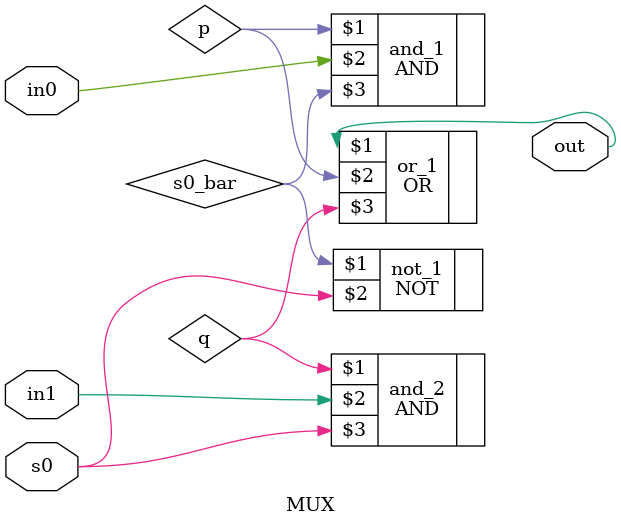
<source format=v>
module MUX(out,in0,in1,s0);
output out;
input s0,in0,in1;
wire p,q,s0_bar;
NOT not_1(s0_bar,s0);
AND and_1(p,in0,s0_bar);
AND and_2(q,in1,s0);
OR or_1(out,p,q);
endmodule


</source>
